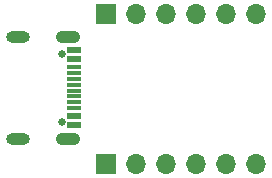
<source format=gbr>
%TF.GenerationSoftware,KiCad,Pcbnew,(6.0.5-0)*%
%TF.CreationDate,2022-07-11T15:28:30+02:00*%
%TF.ProjectId,USB-C-breakout,5553422d-432d-4627-9265-616b6f75742e,rev?*%
%TF.SameCoordinates,Original*%
%TF.FileFunction,Soldermask,Top*%
%TF.FilePolarity,Negative*%
%FSLAX46Y46*%
G04 Gerber Fmt 4.6, Leading zero omitted, Abs format (unit mm)*
G04 Created by KiCad (PCBNEW (6.0.5-0)) date 2022-07-11 15:28:30*
%MOMM*%
%LPD*%
G01*
G04 APERTURE LIST*
%ADD10C,0.650000*%
%ADD11R,1.150000X0.600000*%
%ADD12R,1.150000X0.300000*%
%ADD13O,2.100000X1.050000*%
%ADD14O,2.000000X1.000000*%
%ADD15R,1.700000X1.700000*%
%ADD16O,1.700000X1.700000*%
G04 APERTURE END LIST*
D10*
%TO.C,J1*%
X134680000Y-87890000D03*
X134680000Y-82110000D03*
D11*
X135755000Y-81800000D03*
X135755000Y-82600000D03*
D12*
X135755000Y-83750000D03*
X135755000Y-84750000D03*
X135755000Y-85250000D03*
X135755000Y-86250000D03*
D11*
X135755000Y-88200000D03*
X135755000Y-87400000D03*
D12*
X135755000Y-86750000D03*
X135755000Y-85750000D03*
X135755000Y-84250000D03*
X135755000Y-83250000D03*
D13*
X135180000Y-80680000D03*
D14*
X131000000Y-80680000D03*
X131000000Y-89320000D03*
D13*
X135180000Y-89320000D03*
%TD*%
D15*
%TO.C,J2*%
X138430000Y-91440000D03*
D16*
X140970000Y-91440000D03*
X143510000Y-91440000D03*
X146050000Y-91440000D03*
X148590000Y-91440000D03*
X151130000Y-91440000D03*
%TD*%
D15*
%TO.C,J3*%
X138430000Y-78740000D03*
D16*
X140970000Y-78740000D03*
X143510000Y-78740000D03*
X146050000Y-78740000D03*
X148590000Y-78740000D03*
X151130000Y-78740000D03*
%TD*%
M02*

</source>
